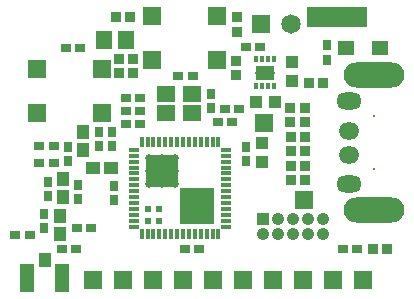
<source format=gbs>
G04 Layer_Color=16711935*
%FSLAX25Y25*%
%MOIN*%
G70*
G01*
G75*
%ADD80R,0.20079X0.06693*%
%ADD83R,0.06457X0.06457*%
%ADD84C,0.04095*%
%ADD85R,0.04095X0.04095*%
%ADD86C,0.06457*%
%ADD87O,0.20236X0.08425*%
%ADD88C,0.00945*%
%ADD89O,0.08425X0.05669*%
%ADD90O,0.06850X0.05669*%
%ADD91C,0.02520*%
%ADD92R,0.03701X0.02913*%
%ADD93R,0.03701X0.03307*%
%ADD94R,0.03307X0.03701*%
%ADD95R,0.05669X0.06457*%
%ADD96R,0.02913X0.03701*%
%ADD97R,0.06457X0.06457*%
%ADD98R,0.04488X0.04488*%
%ADD99R,0.04488X0.04488*%
%ADD100R,0.06063X0.05276*%
%ADD101R,0.11457X0.11969*%
%ADD102O,0.03386X0.01535*%
%ADD103O,0.01535X0.03386*%
%ADD104R,0.10866X0.10866*%
%ADD105R,0.01929X0.01929*%
%ADD106R,0.04488X0.04882*%
%ADD107R,0.04882X0.04488*%
%ADD108R,0.01384X0.02369*%
%ADD109R,0.06306X0.05124*%
%ADD110R,0.05472X0.04685*%
%ADD111R,0.04685X0.09213*%
%ADD112R,0.04488X0.04685*%
D80*
X173619Y81537D02*
D03*
D83*
X142224Y-5965D02*
D03*
X132224D02*
D03*
X162224D02*
D03*
X152224D02*
D03*
X122224D02*
D03*
X112224D02*
D03*
X102224D02*
D03*
X92224D02*
D03*
X162402Y20669D02*
D03*
X182224Y-5965D02*
D03*
X172224D02*
D03*
X149114Y46161D02*
D03*
X148129Y79212D02*
D03*
D84*
X168898Y14370D02*
D03*
X163898D02*
D03*
X158898D02*
D03*
X153898D02*
D03*
X148898Y9370D02*
D03*
X153898D02*
D03*
X158898D02*
D03*
X163898D02*
D03*
X168898D02*
D03*
D85*
X148898Y14370D02*
D03*
D86*
X158129Y79212D02*
D03*
D87*
X185728Y62106D02*
D03*
Y17224D02*
D03*
D88*
Y48524D02*
D03*
Y30807D02*
D03*
D89*
X177461Y25886D02*
D03*
Y53445D02*
D03*
D90*
Y35728D02*
D03*
Y43602D02*
D03*
D91*
X119620Y34759D02*
D03*
X115289D02*
D03*
X110958D02*
D03*
X119620Y30428D02*
D03*
X115289D02*
D03*
X110958Y30428D02*
D03*
X119620Y26097D02*
D03*
X115289D02*
D03*
X110958D02*
D03*
X131037Y22948D02*
D03*
X126706D02*
D03*
X122376D02*
D03*
X131037Y18617D02*
D03*
X126706D02*
D03*
X122376D02*
D03*
X131037Y14286D02*
D03*
X126706D02*
D03*
X122376D02*
D03*
X151378Y63090D02*
D03*
X147441D02*
D03*
D92*
X86494Y4133D02*
D03*
X81770D02*
D03*
X83071Y71161D02*
D03*
X87795D02*
D03*
X180315Y4331D02*
D03*
X175591D02*
D03*
X127657Y4134D02*
D03*
X122933D02*
D03*
X107809Y45782D02*
D03*
X103084D02*
D03*
X86811Y11417D02*
D03*
X91535D02*
D03*
X74311Y32972D02*
D03*
X79035D02*
D03*
X79069Y38696D02*
D03*
X74344D02*
D03*
X66321Y8954D02*
D03*
X71045D02*
D03*
X107809Y54444D02*
D03*
X103084D02*
D03*
X107809Y50113D02*
D03*
X103084D02*
D03*
X120638Y61992D02*
D03*
X125362D02*
D03*
X136155Y50900D02*
D03*
X140880D02*
D03*
X133793Y46570D02*
D03*
X138517D02*
D03*
X143110Y71752D02*
D03*
X147835D02*
D03*
D93*
X99777Y81672D02*
D03*
X104501D02*
D03*
X190256Y4331D02*
D03*
X185531D02*
D03*
X162894Y41535D02*
D03*
X158169D02*
D03*
X162894Y36811D02*
D03*
X158169D02*
D03*
X164075Y59547D02*
D03*
X168799D02*
D03*
D94*
X140220Y76751D02*
D03*
Y81476D02*
D03*
X105682Y67601D02*
D03*
Y62877D02*
D03*
X162697Y46457D02*
D03*
Y51181D02*
D03*
X157972Y51181D02*
D03*
Y46457D02*
D03*
X100958Y67601D02*
D03*
Y62877D02*
D03*
X139961Y67027D02*
D03*
Y62303D02*
D03*
X162992Y27165D02*
D03*
Y31890D02*
D03*
X158268Y31890D02*
D03*
Y27165D02*
D03*
D95*
X103223Y73997D02*
D03*
X95742D02*
D03*
D96*
X170177Y67421D02*
D03*
Y72146D02*
D03*
X87303Y20965D02*
D03*
Y25689D02*
D03*
X83760Y38287D02*
D03*
Y33563D02*
D03*
X75787Y16043D02*
D03*
Y11319D02*
D03*
X77067Y26575D02*
D03*
Y21850D02*
D03*
X94029Y43420D02*
D03*
Y38696D02*
D03*
X98360Y43420D02*
D03*
Y38696D02*
D03*
X99147Y20585D02*
D03*
Y25310D02*
D03*
X131431Y51294D02*
D03*
Y56018D02*
D03*
X143242Y38302D02*
D03*
Y33577D02*
D03*
D97*
X133529Y67207D02*
D03*
Y81774D02*
D03*
X111875Y67207D02*
D03*
X111875Y81774D02*
D03*
X95153Y49692D02*
D03*
Y64259D02*
D03*
X73499Y49692D02*
D03*
X73499Y64259D02*
D03*
D98*
X158563Y60138D02*
D03*
Y66437D02*
D03*
X148360Y33184D02*
D03*
Y39483D02*
D03*
D99*
X152756Y53347D02*
D03*
X146457D02*
D03*
D100*
X116506Y49690D02*
D03*
X125167Y55990D02*
D03*
X125167Y49690D02*
D03*
X116506Y55990D02*
D03*
D101*
X126706Y18617D02*
D03*
D102*
X136470Y37318D02*
D03*
Y35349D02*
D03*
Y33381D02*
D03*
Y31412D02*
D03*
Y29444D02*
D03*
Y27475D02*
D03*
Y25507D02*
D03*
Y23538D02*
D03*
Y21570D02*
D03*
Y19601D02*
D03*
Y17633D02*
D03*
Y15664D02*
D03*
Y13696D02*
D03*
Y11727D02*
D03*
X105919D02*
D03*
Y13696D02*
D03*
Y15664D02*
D03*
Y17633D02*
D03*
Y19601D02*
D03*
Y21570D02*
D03*
Y23538D02*
D03*
Y25507D02*
D03*
Y27475D02*
D03*
Y29444D02*
D03*
Y31412D02*
D03*
Y33381D02*
D03*
Y35349D02*
D03*
Y37318D02*
D03*
D103*
X133990Y9247D02*
D03*
X132021D02*
D03*
X130053D02*
D03*
X128084D02*
D03*
X126116D02*
D03*
X124147D02*
D03*
X122179D02*
D03*
X120210D02*
D03*
X118242D02*
D03*
X116273D02*
D03*
X114305D02*
D03*
X112336D02*
D03*
X110368D02*
D03*
X108399D02*
D03*
Y39798D02*
D03*
X110368D02*
D03*
X112336D02*
D03*
X114305D02*
D03*
X116273D02*
D03*
X118242D02*
D03*
X120210D02*
D03*
X122179D02*
D03*
X124147D02*
D03*
X126116D02*
D03*
X128084D02*
D03*
X130053D02*
D03*
X132021D02*
D03*
X133990D02*
D03*
D104*
X115289Y30428D02*
D03*
D105*
X114305Y17633D02*
D03*
X110368D02*
D03*
X114305Y13696D02*
D03*
X110368D02*
D03*
D106*
X81168Y15340D02*
D03*
Y9434D02*
D03*
X82185Y27657D02*
D03*
Y21752D02*
D03*
X88911Y43223D02*
D03*
Y37318D02*
D03*
D107*
X98163Y31215D02*
D03*
X92258D02*
D03*
D108*
X152362Y58563D02*
D03*
X150394D02*
D03*
X148425D02*
D03*
X146457D02*
D03*
Y67618D02*
D03*
X148425Y67618D02*
D03*
X150394D02*
D03*
X152362D02*
D03*
D109*
X149409Y63090D02*
D03*
D110*
X187894Y71260D02*
D03*
X176673D02*
D03*
D111*
X70276Y-5413D02*
D03*
X81890D02*
D03*
D112*
X76083Y591D02*
D03*
M02*

</source>
